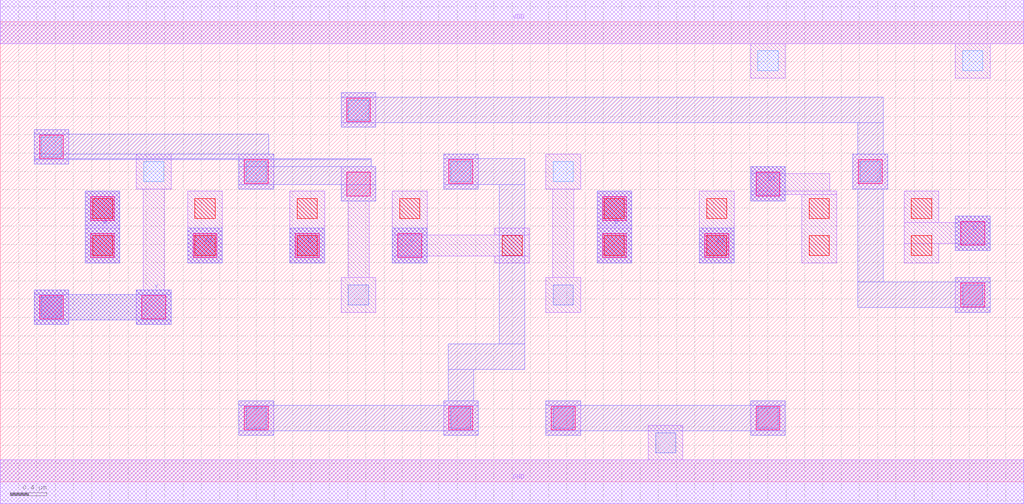
<source format=lef>
MACRO AOAAOOAI21122
 CLASS CORE ;
 FOREIGN AOAAOOAI21122 0 0 ;
 SIZE 11.200000000000001 BY 5.04 ;
 ORIGIN 0 0 ;
 SYMMETRY X Y R90 ;
 SITE unit ;
  PIN VDD
   DIRECTION INOUT ;
   USE POWER ;
   SHAPE ABUTMENT ;
    PORT
     CLASS CORE ;
       LAYER met1 ;
        RECT 0.00000000 4.80000000 11.20000000 5.28000000 ;
    END
  END VDD

  PIN GND
   DIRECTION INOUT ;
   USE POWER ;
   SHAPE ABUTMENT ;
    PORT
     CLASS CORE ;
       LAYER met1 ;
        RECT 0.00000000 -0.24000000 11.20000000 0.24000000 ;
    END
  END GND

  PIN Y
   DIRECTION INOUT ;
   USE SIGNAL ;
   SHAPE ABUTMENT ;
    PORT
     CLASS CORE ;
       LAYER met2 ;
        RECT 0.37000000 1.72200000 0.75000000 1.77200000 ;
        RECT 1.49000000 1.72200000 1.87000000 1.77200000 ;
        RECT 0.37000000 1.77200000 1.87000000 2.05200000 ;
        RECT 0.37000000 2.05200000 0.75000000 2.10200000 ;
        RECT 1.49000000 2.05200000 1.87000000 2.10200000 ;
    END
  END Y

  PIN B
   DIRECTION INOUT ;
   USE SIGNAL ;
   SHAPE ABUTMENT ;
    PORT
     CLASS CORE ;
       LAYER met2 ;
        RECT 3.17000000 2.39700000 3.55000000 2.77700000 ;
    END
  END B

  PIN C
   DIRECTION INOUT ;
   USE SIGNAL ;
   SHAPE ABUTMENT ;
    PORT
     CLASS CORE ;
       LAYER met2 ;
        RECT 4.29000000 2.39700000 4.67000000 2.77700000 ;
    END
  END C

  PIN E
   DIRECTION INOUT ;
   USE SIGNAL ;
   SHAPE ABUTMENT ;
    PORT
     CLASS CORE ;
       LAYER met2 ;
        RECT 6.53000000 2.39700000 6.91000000 3.18200000 ;
    END
  END E

  PIN A1
   DIRECTION INOUT ;
   USE SIGNAL ;
   SHAPE ABUTMENT ;
    PORT
     CLASS CORE ;
       LAYER met2 ;
        RECT 2.05000000 2.39700000 2.43000000 2.77700000 ;
    END
  END A1

  PIN D
   DIRECTION INOUT ;
   USE SIGNAL ;
   SHAPE ABUTMENT ;
    PORT
     CLASS CORE ;
       LAYER met2 ;
        RECT 10.45000000 2.53200000 10.83000000 2.91200000 ;
    END
  END D

  PIN E1
   DIRECTION INOUT ;
   USE SIGNAL ;
   SHAPE ABUTMENT ;
    PORT
     CLASS CORE ;
       LAYER met2 ;
        RECT 7.65000000 2.39700000 8.03000000 2.77700000 ;
    END
  END E1

  PIN A
   DIRECTION INOUT ;
   USE SIGNAL ;
   SHAPE ABUTMENT ;
    PORT
     CLASS CORE ;
       LAYER met2 ;
        RECT 0.93000000 2.39700000 1.31000000 3.18200000 ;
    END
  END A

  PIN D1
   DIRECTION INOUT ;
   USE SIGNAL ;
   SHAPE ABUTMENT ;
    PORT
     CLASS CORE ;
       LAYER met2 ;
        RECT 8.21000000 3.07200000 8.59000000 3.45200000 ;
    END
  END D1

 OBS
    LAYER polycont ;
     RECT 1.01000000 2.47700000 1.23000000 2.69700000 ;
     RECT 2.13000000 2.47700000 2.35000000 2.69700000 ;
     RECT 3.25000000 2.47700000 3.47000000 2.69700000 ;
     RECT 5.49000000 2.47700000 5.71000000 2.69700000 ;
     RECT 6.61000000 2.47700000 6.83000000 2.69700000 ;
     RECT 7.73000000 2.47700000 7.95000000 2.69700000 ;
     RECT 8.85000000 2.47700000 9.07000000 2.69700000 ;
     RECT 9.97000000 2.47700000 10.19000000 2.69700000 ;
     RECT 1.01000000 2.88200000 1.23000000 3.10200000 ;
     RECT 2.13000000 2.88200000 2.35000000 3.10200000 ;
     RECT 3.25000000 2.88200000 3.47000000 3.10200000 ;
     RECT 4.37000000 2.88200000 4.59000000 3.10200000 ;
     RECT 6.61000000 2.88200000 6.83000000 3.10200000 ;
     RECT 7.73000000 2.88200000 7.95000000 3.10200000 ;
     RECT 8.85000000 2.88200000 9.07000000 3.10200000 ;
     RECT 9.97000000 2.88200000 10.19000000 3.10200000 ;

    LAYER pdiffc ;
     RECT 1.57000000 3.28700000 1.79000000 3.50700000 ;
     RECT 2.69000000 3.28700000 2.91000000 3.50700000 ;
     RECT 4.93000000 3.28700000 5.15000000 3.50700000 ;
     RECT 6.05000000 3.28700000 6.27000000 3.50700000 ;
     RECT 9.41000000 3.28700000 9.63000000 3.50700000 ;
     RECT 0.45000000 3.55700000 0.67000000 3.77700000 ;
     RECT 3.81000000 3.96200000 4.03000000 4.18200000 ;
     RECT 8.29000000 4.50200000 8.51000000 4.72200000 ;
     RECT 10.53000000 4.50200000 10.75000000 4.72200000 ;

    LAYER ndiffc ;
     RECT 7.17000000 0.31700000 7.39000000 0.53700000 ;
     RECT 2.69000000 0.58700000 2.91000000 0.80700000 ;
     RECT 4.93000000 0.58700000 5.15000000 0.80700000 ;
     RECT 6.05000000 0.58700000 6.27000000 0.80700000 ;
     RECT 8.29000000 0.58700000 8.51000000 0.80700000 ;
     RECT 0.45000000 1.80200000 0.67000000 2.02200000 ;
     RECT 3.81000000 1.93700000 4.03000000 2.15700000 ;
     RECT 6.05000000 1.93700000 6.27000000 2.15700000 ;
     RECT 10.53000000 1.93700000 10.75000000 2.15700000 ;

    LAYER met1 ;
     RECT 0.00000000 -0.24000000 11.20000000 0.24000000 ;
     RECT 7.09000000 0.24000000 7.47000000 0.61700000 ;
     RECT 2.61000000 0.50700000 2.99000000 0.88700000 ;
     RECT 4.85000000 0.50700000 5.23000000 0.88700000 ;
     RECT 5.97000000 0.50700000 6.35000000 0.88700000 ;
     RECT 8.21000000 0.50700000 8.59000000 0.88700000 ;
     RECT 0.37000000 1.72200000 0.75000000 2.10200000 ;
     RECT 10.45000000 1.85700000 10.83000000 2.23700000 ;
     RECT 0.93000000 2.39700000 1.31000000 2.77700000 ;
     RECT 6.53000000 2.39700000 6.91000000 2.77700000 ;
     RECT 0.93000000 2.80200000 1.31000000 3.18200000 ;
     RECT 2.05000000 2.39700000 2.43000000 3.18200000 ;
     RECT 3.17000000 2.39700000 3.55000000 3.18200000 ;
     RECT 4.29000000 2.39700000 4.67000000 2.47200000 ;
     RECT 5.41000000 2.39700000 5.79000000 2.47200000 ;
     RECT 4.29000000 2.47200000 5.79000000 2.70200000 ;
     RECT 5.41000000 2.70200000 5.79000000 2.77700000 ;
     RECT 4.29000000 2.70200000 4.67000000 3.18200000 ;
     RECT 6.53000000 2.80200000 6.91000000 3.18200000 ;
     RECT 7.65000000 2.39700000 8.03000000 3.18200000 ;
     RECT 9.89000000 2.39700000 10.27000000 2.60700000 ;
     RECT 10.45000000 2.53200000 10.83000000 2.60700000 ;
     RECT 9.89000000 2.60700000 10.83000000 2.83700000 ;
     RECT 10.45000000 2.83700000 10.83000000 2.91200000 ;
     RECT 9.89000000 2.83700000 10.27000000 3.18200000 ;
     RECT 3.73000000 1.85700000 4.11000000 2.23700000 ;
     RECT 3.80500000 2.23700000 4.03500000 3.07200000 ;
     RECT 3.73000000 3.07200000 4.11000000 3.45200000 ;
     RECT 8.21000000 3.07200000 8.59000000 3.14700000 ;
     RECT 8.77000000 2.39700000 9.15000000 3.14700000 ;
     RECT 8.21000000 3.14700000 9.15000000 3.18200000 ;
     RECT 8.21000000 3.18200000 9.07500000 3.37700000 ;
     RECT 8.21000000 3.37700000 8.59000000 3.45200000 ;
     RECT 1.49000000 1.72200000 1.87000000 2.10200000 ;
     RECT 1.56500000 2.10200000 1.79500000 3.20700000 ;
     RECT 1.49000000 3.20700000 1.87000000 3.58700000 ;
     RECT 2.61000000 3.20700000 2.99000000 3.58700000 ;
     RECT 4.85000000 3.20700000 5.23000000 3.58700000 ;
     RECT 5.97000000 1.85700000 6.35000000 2.23700000 ;
     RECT 6.04500000 2.23700000 6.27500000 3.20700000 ;
     RECT 5.97000000 3.20700000 6.35000000 3.58700000 ;
     RECT 9.33000000 3.20700000 9.71000000 3.58700000 ;
     RECT 0.37000000 3.47700000 0.75000000 3.85700000 ;
     RECT 3.73000000 3.88200000 4.11000000 4.26200000 ;
     RECT 8.21000000 4.42200000 8.59000000 4.80000000 ;
     RECT 10.45000000 4.42200000 10.83000000 4.80000000 ;
     RECT 0.00000000 4.80000000 11.20000000 5.28000000 ;

    LAYER via1 ;
     RECT 2.67000000 0.56700000 2.93000000 0.82700000 ;
     RECT 4.91000000 0.56700000 5.17000000 0.82700000 ;
     RECT 6.03000000 0.56700000 6.29000000 0.82700000 ;
     RECT 8.27000000 0.56700000 8.53000000 0.82700000 ;
     RECT 0.43000000 1.78200000 0.69000000 2.04200000 ;
     RECT 1.55000000 1.78200000 1.81000000 2.04200000 ;
     RECT 10.51000000 1.91700000 10.77000000 2.17700000 ;
     RECT 0.99000000 2.45700000 1.25000000 2.71700000 ;
     RECT 2.11000000 2.45700000 2.37000000 2.71700000 ;
     RECT 3.23000000 2.45700000 3.49000000 2.71700000 ;
     RECT 4.35000000 2.45700000 4.61000000 2.71700000 ;
     RECT 6.59000000 2.45700000 6.85000000 2.71700000 ;
     RECT 7.71000000 2.45700000 7.97000000 2.71700000 ;
     RECT 10.51000000 2.59200000 10.77000000 2.85200000 ;
     RECT 0.99000000 2.86200000 1.25000000 3.12200000 ;
     RECT 6.59000000 2.86200000 6.85000000 3.12200000 ;
     RECT 3.79000000 3.13200000 4.05000000 3.39200000 ;
     RECT 8.27000000 3.13200000 8.53000000 3.39200000 ;
     RECT 2.67000000 3.26700000 2.93000000 3.52700000 ;
     RECT 4.91000000 3.26700000 5.17000000 3.52700000 ;
     RECT 9.39000000 3.26700000 9.65000000 3.52700000 ;
     RECT 0.43000000 3.53700000 0.69000000 3.79700000 ;
     RECT 3.79000000 3.94200000 4.05000000 4.20200000 ;

    LAYER met2 ;
     RECT 5.97000000 0.50700000 6.35000000 0.55700000 ;
     RECT 8.21000000 0.50700000 8.59000000 0.55700000 ;
     RECT 5.97000000 0.55700000 8.59000000 0.83700000 ;
     RECT 5.97000000 0.83700000 6.35000000 0.88700000 ;
     RECT 8.21000000 0.83700000 8.59000000 0.88700000 ;
     RECT 0.37000000 1.72200000 0.75000000 1.77200000 ;
     RECT 1.49000000 1.72200000 1.87000000 1.77200000 ;
     RECT 0.37000000 1.77200000 1.87000000 2.05200000 ;
     RECT 0.37000000 2.05200000 0.75000000 2.10200000 ;
     RECT 1.49000000 2.05200000 1.87000000 2.10200000 ;
     RECT 2.05000000 2.39700000 2.43000000 2.77700000 ;
     RECT 3.17000000 2.39700000 3.55000000 2.77700000 ;
     RECT 4.29000000 2.39700000 4.67000000 2.77700000 ;
     RECT 7.65000000 2.39700000 8.03000000 2.77700000 ;
     RECT 10.45000000 2.53200000 10.83000000 2.91200000 ;
     RECT 0.93000000 2.39700000 1.31000000 3.18200000 ;
     RECT 6.53000000 2.39700000 6.91000000 3.18200000 ;
     RECT 8.21000000 3.07200000 8.59000000 3.45200000 ;
     RECT 2.61000000 0.50700000 2.99000000 0.55700000 ;
     RECT 4.85000000 0.50700000 5.23000000 0.55700000 ;
     RECT 2.61000000 0.55700000 5.23000000 0.83700000 ;
     RECT 2.61000000 0.83700000 2.99000000 0.88700000 ;
     RECT 4.85000000 0.83700000 5.23000000 0.88700000 ;
     RECT 4.90000000 0.88700000 5.18000000 1.23200000 ;
     RECT 4.90000000 1.23200000 5.74000000 1.51200000 ;
     RECT 4.85000000 3.20700000 5.23000000 3.25700000 ;
     RECT 5.46000000 1.51200000 5.74000000 3.25700000 ;
     RECT 4.85000000 3.25700000 5.74000000 3.53700000 ;
     RECT 4.85000000 3.53700000 5.23000000 3.58700000 ;
     RECT 2.61000000 3.20700000 2.99000000 3.25700000 ;
     RECT 3.73000000 3.07200000 4.11000000 3.25700000 ;
     RECT 2.61000000 3.25700000 4.11000000 3.45200000 ;
     RECT 0.37000000 3.47700000 0.75000000 3.52700000 ;
     RECT 2.61000000 3.45200000 4.06000000 3.52700000 ;
     RECT 0.37000000 3.52700000 4.06000000 3.53700000 ;
     RECT 0.37000000 3.53700000 2.99000000 3.58700000 ;
     RECT 0.37000000 3.58700000 2.94000000 3.80700000 ;
     RECT 0.37000000 3.80700000 0.75000000 3.85700000 ;
     RECT 10.45000000 1.85700000 10.83000000 1.90700000 ;
     RECT 9.38000000 1.90700000 10.83000000 2.18700000 ;
     RECT 10.45000000 2.18700000 10.83000000 2.23700000 ;
     RECT 9.38000000 2.18700000 9.66000000 3.20700000 ;
     RECT 9.33000000 3.20700000 9.71000000 3.58700000 ;
     RECT 3.73000000 3.88200000 4.11000000 3.93200000 ;
     RECT 9.38000000 3.58700000 9.66000000 3.93200000 ;
     RECT 3.73000000 3.93200000 9.66000000 4.21200000 ;
     RECT 3.73000000 4.21200000 4.11000000 4.26200000 ;

 END
END AOAAOOAI21122

</source>
